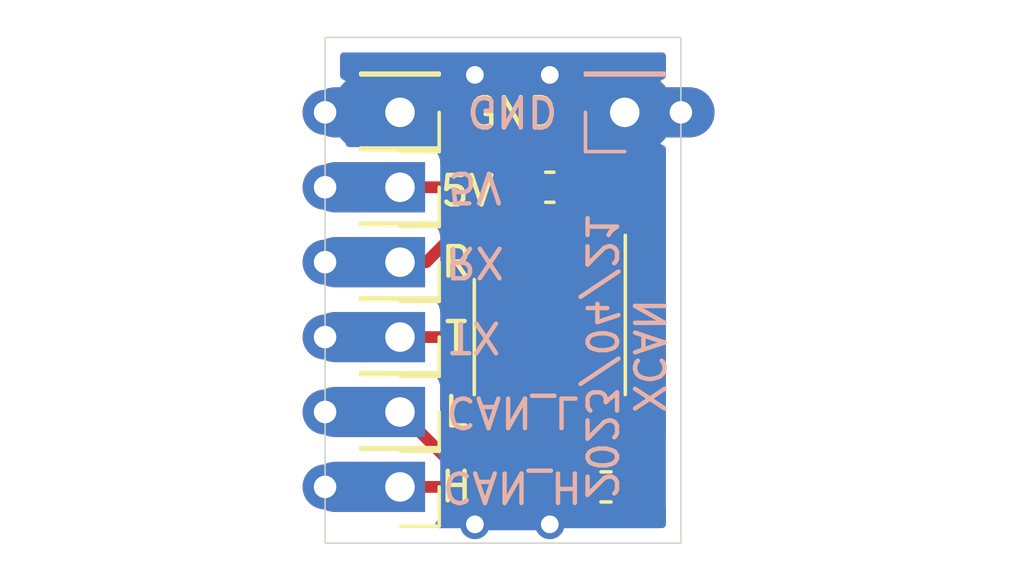
<source format=kicad_pcb>
(kicad_pcb (version 20211014) (generator pcbnew)
  (layers (0 "F.Cu" signal) (31 "B.Cu" signal) (34 "B.Paste" user) (35 "F.Paste" user) (36 "B.SilkS" user "B.Silkscreen") (37 "F.SilkS" user "F.Silkscreen") (38 "B.Mask" user) (39 "F.Mask" user) (44 "Edge.Cuts" user))
  (net 0 "")
  (net 1 "GND")
  (net 2 "5V")
  (net 3 "CAN_TX")
  (net 4 "CAN_RX")
  (net 5 "CAN_H")
  (net 6 "CAN_L")
  (net 7 "Net-(R1-Pad2)")
  (footprint "Resistor_SMD:R_0603_1608Metric_Pad1.05x0.95mm_HandSolder" (layer "F.Cu") (at 111.125 76.2)
    (fp_text reference "R1" hide)
    (fp_text value "10k")
    (fp_line (start -0.171267 -0.51) (end 0.171267 -0.51) (layer "F.SilkS") (width 0.12))
    (fp_line (start -0.171267 0.51) (end 0.171267 0.51) (layer "F.SilkS") (width 0.12))
    (pad "1" smd roundrect locked (at -0.875 0) (size 1.05 0.95) (layers "F.Cu" "F.Paste" "F.Mask") (net 1 "GND"))
    (pad "2" smd roundrect locked (at 0.875 0) (size 1.05 0.95) (layers "F.Cu" "F.Paste" "F.Mask") (net 7 "Net-(R1-Pad2)"))
  )
  (footprint "Capacitor_SMD:C_0603_1608Metric" (layer "F.Cu") (at 109.22 66.04)
    (fp_text reference "C1" hide)
    (fp_text value "100nF")
    (fp_line (start -0.14058 0.51) (end 0.14058 0.51) (layer "F.SilkS") (width 0.12))
    (fp_line (start -0.14058 -0.51) (end 0.14058 -0.51) (layer "F.SilkS") (width 0.12))
    (pad "1" smd roundrect locked (at -0.775 0) (size 0.9 0.95) (layers "F.Cu" "F.Paste" "F.Mask") (net 2 "5V"))
    (pad "2" smd roundrect locked (at 0.775 0) (size 0.9 0.95) (layers "F.Cu" "F.Paste" "F.Mask") (net 1 "GND"))
  )
  (footprint "Package_SO:SOIC-8_3.9x4.9mm_P1.27mm" (layer "F.Cu") (at 109.22 71.12 -90)
    (fp_text reference "U1" hide)
    (fp_text value "MCP2551-I-SN")
    (fp_line (start 0 2.56) (end -1.95 2.56) (layer "F.SilkS") (width 0.12))
    (fp_line (start 0 -2.56) (end 1.95 -2.56) (layer "F.SilkS") (width 0.12))
    (fp_line (start 0 -2.56) (end -3.45 -2.56) (layer "F.SilkS") (width 0.12))
    (fp_line (start 0 2.56) (end 1.95 2.56) (layer "F.SilkS") (width 0.12))
    (pad "1" smd roundrect locked (at -2.475 -1.905 270) (size 1.95 0.6) (layers "F.Cu" "F.Paste" "F.Mask") (net 3 "CAN_TX"))
    (pad "2" smd roundrect locked (at -2.475 -0.635 270) (size 1.95 0.6) (layers "F.Cu" "F.Paste" "F.Mask") (net 1 "GND"))
    (pad "3" smd roundrect locked (at -2.475 0.635 270) (size 1.95 0.6) (layers "F.Cu" "F.Paste" "F.Mask") (net 2 "5V"))
    (pad "4" smd roundrect locked (at -2.475 1.905 270) (size 1.95 0.6) (layers "F.Cu" "F.Paste" "F.Mask") (net 4 "CAN_RX"))
    (pad "5" smd roundrect locked (at 2.475 1.905 270) (size 1.95 0.6) (layers "F.Cu" "F.Paste" "F.Mask"))
    (pad "6" smd roundrect locked (at 2.475 0.635 270) (size 1.95 0.6) (layers "F.Cu" "F.Paste" "F.Mask") (net 6 "CAN_L"))
    (pad "7" smd roundrect locked (at 2.475 -0.635 270) (size 1.95 0.6) (layers "F.Cu" "F.Paste" "F.Mask") (net 5 "CAN_H"))
    (pad "8" smd roundrect locked (at 2.475 -1.905 270) (size 1.95 0.6) (layers "F.Cu" "F.Paste" "F.Mask") (net 7 "Net-(R1-Pad2)"))
  )
  (footprint "Chimere_mods:Castellated_conn" (layer "F.Cu") (at 104.14 73.66 180)
    (fp_text reference "J5" hide)
    (fp_text value "Conn_01x01")
    (fp_line (start -1.33 -1.33) (end 0 -1.33) (layer "F.SilkS") (width 0.12))
    (fp_line (start -1.33 1.27) (end 1.33 1.27) (layer "F.SilkS") (width 0.12))
    (fp_line (start -1.33 1.33) (end 1.33 1.33) (layer "F.SilkS") (width 0.12))
    (fp_line (start -1.33 1.27) (end -1.33 1.33) (layer "F.SilkS") (width 0.12))
    (fp_line (start -1.33 0) (end -1.33 -1.33) (layer "F.SilkS") (width 0.12))
    (fp_line (start 1.33 1.27) (end 1.33 1.33) (layer "F.SilkS") (width 0.12))
    (pad "1" thru_hole circle locked (at 2.54 0 180) (size 1.524 1.524) (drill 0.762) (layers *.Cu *.Mask) (net 6 "CAN_L"))
    (pad "1" thru_hole custom locked (at 0 0 180) (size 1.7 1.7) (drill 1) (layers *.Cu *.Mask) (net 6 "CAN_L") (options (clearance outline) (anchor rect)) (primitives (gr_line (start 0 0) (end 2.2 0) (width 1.7))))
  )
  (footprint "Chimere_mods:Castellated_conn" (layer "F.Cu") (at 104.14 63.5 180)
    (fp_text reference "J1" hide)
    (fp_text value "Conn_01x01")
    (fp_line (start -1.33 -1.33) (end 0 -1.33) (layer "F.SilkS") (width 0.12))
    (fp_line (start -1.33 1.27) (end 1.33 1.27) (layer "F.SilkS") (width 0.12))
    (fp_line (start 1.33 1.27) (end 1.33 1.33) (layer "F.SilkS") (width 0.12))
    (fp_line (start -1.33 0) (end -1.33 -1.33) (layer "F.SilkS") (width 0.12))
    (fp_line (start -1.33 1.27) (end -1.33 1.33) (layer "F.SilkS") (width 0.12))
    (fp_line (start -1.33 1.33) (end 1.33 1.33) (layer "F.SilkS") (width 0.12))
    (pad "1" thru_hole custom locked (at 0 0 180) (size 1.7 1.7) (drill 1) (layers *.Cu *.Mask) (net 1 "GND") (options (clearance outline) (anchor rect)) (primitives (gr_line (start 0 0) (end 2.2 0) (width 1.7))))
    (pad "1" thru_hole circle locked (at 2.54 0 180) (size 1.524 1.524) (drill 0.762) (layers *.Cu *.Mask) (net 1 "GND"))
  )
  (footprint "Chimere_mods:Castellated_conn" (layer "F.Cu") (at 104.14 71.12 180)
    (fp_text reference "J4" hide)
    (fp_text value "Conn_01x01")
    (fp_line (start -1.33 1.27) (end -1.33 1.33) (layer "F.SilkS") (width 0.12))
    (fp_line (start 1.33 1.27) (end 1.33 1.33) (layer "F.SilkS") (width 0.12))
    (fp_line (start -1.33 1.33) (end 1.33 1.33) (layer "F.SilkS") (width 0.12))
    (fp_line (start -1.33 -1.33) (end 0 -1.33) (layer "F.SilkS") (width 0.12))
    (fp_line (start -1.33 0) (end -1.33 -1.33) (layer "F.SilkS") (width 0.12))
    (fp_line (start -1.33 1.27) (end 1.33 1.27) (layer "F.SilkS") (width 0.12))
    (pad "1" thru_hole circle locked (at 2.54 0 180) (size 1.524 1.524) (drill 0.762) (layers *.Cu *.Mask) (net 3 "CAN_TX"))
    (pad "1" thru_hole custom locked (at 0 0 180) (size 1.7 1.7) (drill 1) (layers *.Cu *.Mask) (net 3 "CAN_TX") (options (clearance outline) (anchor rect)) (primitives (gr_line (start 0 0) (end 2.2 0) (width 1.7))))
  )
  (footprint "Chimere_mods:Castellated_conn" (layer "F.Cu") (at 104.14 68.58 180)
    (fp_text reference "J3" hide)
    (fp_text value "Conn_01x01")
    (fp_line (start -1.33 1.33) (end 1.33 1.33) (layer "F.SilkS") (width 0.12))
    (fp_line (start 1.33 1.27) (end 1.33 1.33) (layer "F.SilkS") (width 0.12))
    (fp_line (start -1.33 0) (end -1.33 -1.33) (layer "F.SilkS") (width 0.12))
    (fp_line (start -1.33 1.27) (end -1.33 1.33) (layer "F.SilkS") (width 0.12))
    (fp_line (start -1.33 -1.33) (end 0 -1.33) (layer "F.SilkS") (width 0.12))
    (fp_line (start -1.33 1.27) (end 1.33 1.27) (layer "F.SilkS") (width 0.12))
    (pad "1" thru_hole circle locked (at 2.54 0 180) (size 1.524 1.524) (drill 0.762) (layers *.Cu *.Mask) (net 4 "CAN_RX"))
    (pad "1" thru_hole custom locked (at 0 0 180) (size 1.7 1.7) (drill 1) (layers *.Cu *.Mask) (net 4 "CAN_RX") (options (clearance outline) (anchor rect)) (primitives (gr_line (start 0 0) (end 2.2 0) (width 1.7))))
  )
  (footprint "Chimere_mods:Castellated_conn" (layer "F.Cu") (at 104.14 76.2 180)
    (fp_text reference "J6" hide)
    (fp_text value "Conn_01x01")
    (fp_line (start -1.33 1.27) (end -1.33 1.33) (layer "F.SilkS") (width 0.12))
    (fp_line (start -1.33 1.33) (end 1.33 1.33) (layer "F.SilkS") (width 0.12))
    (fp_line (start -1.33 0) (end -1.33 -1.33) (layer "F.SilkS") (width 0.12))
    (fp_line (start 1.33 1.27) (end 1.33 1.33) (layer "F.SilkS") (width 0.12))
    (fp_line (start -1.33 -1.33) (end 0 -1.33) (layer "F.SilkS") (width 0.12))
    (fp_line (start -1.33 1.27) (end 1.33 1.27) (layer "F.SilkS") (width 0.12))
    (pad "1" thru_hole circle locked (at 2.54 0 180) (size 1.524 1.524) (drill 0.762) (layers *.Cu *.Mask) (net 5 "CAN_H"))
    (pad "1" thru_hole custom locked (at 0 0 180) (size 1.7 1.7) (drill 1) (layers *.Cu *.Mask) (net 5 "CAN_H") (options (clearance outline) (anchor rect)) (primitives (gr_line (start 0 0) (end 2.2 0) (width 1.7))))
  )
  (footprint "Chimere_mods:Castellated_conn" (layer "F.Cu") (at 104.14 66.04 180)
    (fp_text reference "J2" hide)
    (fp_text value "Conn_01x01")
    (fp_line (start -1.33 -1.33) (end 0 -1.33) (layer "F.SilkS") (width 0.12))
    (fp_line (start -1.33 0) (end -1.33 -1.33) (layer "F.SilkS") (width 0.12))
    (fp_line (start -1.33 1.27) (end -1.33 1.33) (layer "F.SilkS") (width 0.12))
    (fp_line (start 1.33 1.27) (end 1.33 1.33) (layer "F.SilkS") (width 0.12))
    (fp_line (start -1.33 1.27) (end 1.33 1.27) (layer "F.SilkS") (width 0.12))
    (fp_line (start -1.33 1.33) (end 1.33 1.33) (layer "F.SilkS") (width 0.12))
    (pad "1" thru_hole custom locked (at 0 0 180) (size 1.7 1.7) (drill 1) (layers *.Cu *.Mask) (net 2 "5V") (options (clearance outline) (anchor rect)) (primitives (gr_line (start 0 0) (end 2.2 0) (width 1.7))))
    (pad "1" thru_hole circle locked (at 2.54 0 180) (size 1.524 1.524) (drill 0.762) (layers *.Cu *.Mask) (net 2 "5V"))
  )
  (footprint "Chimere_mods:Cast_co_1_905" (layer "B.Cu") (at 111.76 63.5)
    (fp_text reference "J7" hide)
    (fp_text value "Conn_01x01")
    (fp_line (start -1.33 -1.27) (end -1.33 -1.33) (layer "B.SilkS") (width 0.12))
    (fp_line (start -1.33 0) (end -1.33 1.33) (layer "B.SilkS") (width 0.12))
    (fp_line (start -1.33 1.33) (end 0 1.33) (layer "B.SilkS") (width 0.12))
    (fp_line (start 1.33 -1.27) (end 1.33 -1.33) (layer "B.SilkS") (width 0.12))
    (fp_line (start -1.33 -1.27) (end 1.33 -1.27) (layer "B.SilkS") (width 0.12))
    (fp_line (start -1.33 -1.33) (end 1.33 -1.33) (layer "B.SilkS") (width 0.12))
    (pad "1" thru_hole circle (at 1.905 0) (size 1.524 1.524) (drill 0.762) (layers *.Cu *.Mask) (net 1 "GND"))
    (pad "1" thru_hole custom (at 0 0) (size 1.7 1.7) (drill 1) (layers *.Cu *.Mask) (net 1 "GND") (options (clearance outline) (anchor rect)) (primitives (gr_line (start 2.2 0) (end 0 0) (width 1.7))))
  )
  (gr_line (start 113.665 78.105) (end 101.6 78.105) (layer "Edge.Cuts") (width 0.05))
  (gr_line (start 101.6 62.23) (end 101.6 60.96) (layer "Edge.Cuts") (width 0.05))
  (gr_line (start 101.6 74.93) (end 101.6 72.39) (layer "Edge.Cuts") (width 0.05))
  (gr_line (start 113.665 60.96) (end 113.665 62.23) (layer "Edge.Cuts") (width 0.05))
  (gr_line (start 101.6 72.39) (end 101.6 62.23) (layer "Edge.Cuts") (width 0.05))
  (gr_line (start 101.6 60.96) (end 113.665 60.96) (layer "Edge.Cuts") (width 0.05))
  (gr_line (start 113.665 62.23) (end 113.665 64.77) (layer "Edge.Cuts") (width 0.05))
  (gr_line (start 113.665 78.105) (end 113.665 64.77) (layer "Edge.Cuts") (width 0.05))
  (gr_line (start 101.6 78.105) (end 101.6 74.93) (layer "Edge.Cuts") (width 0.05))
  (gr_text "GND" (at 107.95 63.47 180) (layer "B.SilkS") (effects (font (size 1 1)) (justify mirror)))
  (gr_text "5V" (at 106.68 66.04 180) (layer "B.SilkS") (effects (font (size 1 1)) (justify mirror)))
  (gr_text "TX" (at 106.68 71.12 180) (layer "B.SilkS") (effects (font (size 1 1)) (justify mirror)))
  (gr_text "CAN_L" (at 107.95 73.66 180) (layer "B.SilkS") (effects (font (size 1 1)) (justify mirror)))
  (gr_text "CAN_H" (at 107.95 76.2 180) (layer "B.SilkS") (effects (font (size 1 1)) (justify mirror)))
  (gr_text "RX" (at 106.68 68.58 180) (layer "B.SilkS") (effects (font (size 1 1)) (justify mirror)))
  (gr_text "XCAN\n2023/04/21" (at 111.76 71.755 270) (layer "B.SilkS") (effects (font (size 1 1)) (justify mirror)))
  (gr_text "5V" (at 106.426 66.167) (layer "F.SilkS") (effects (font (size 1 1))))
  (gr_text "R" (at 106.045 68.58) (layer "F.SilkS") (effects (font (size 1 1))))
  (gr_text "L" (at 106.045 73.66) (layer "F.SilkS") (effects (font (size 1 1))))
  (gr_text "GND" (at 107.95 63.53) (layer "F.SilkS") (effects (font (size 1 1))))
  (gr_text "H" (at 106.045 76.2) (layer "F.SilkS") (effects (font (size 1 1))))
  (gr_text "T" (at 106.045 71.12) (layer "F.SilkS") (effects (font (size 1 1))))
  (segment (start 109.22 76.835) (end 109.22 77.47) (width 0.4) (layer "F.Cu") (net 1))
  (segment (start 109.855 67.691) (end 111.125 66.421) (width 0.4) (layer "F.Cu") (net 1))
  (segment (start 109.855 63.5) (end 111.125 64.77) (width 0.4) (layer "F.Cu") (net 1))
  (segment (start 111.125 66.421) (end 111.125 65.913) (width 0.4) (layer "F.Cu") (net 1))
  (segment (start 104.14 63.5) (end 109.855 63.5) (width 0.4) (layer "F.Cu") (net 1))
  (segment (start 111.125 64.77) (end 111.125 65.913) (width 0.4) (layer "F.Cu") (net 1))
  (segment (start 111.76 63.5) (end 109.22 63.5) (width 0.4) (layer "F.Cu") (net 1))
  (segment (start 109.22 62.23) (end 109.22 63.5) (width 0.4) (layer "F.Cu") (net 1))
  (segment (start 111.125 65.913) (end 110.998 66.04) (width 0.4) (layer "F.Cu") (net 1))
  (segment (start 109.855 68.645) (end 109.855 67.691) (width 0.4) (layer "F.Cu") (net 1))
  (segment (start 110.998 66.04) (end 109.995 66.04) (width 0.4) (layer "F.Cu") (net 1))
  (segment (start 110.25 76.2) (end 109.855 76.2) (width 0.4) (layer "F.Cu") (net 1))
  (segment (start 109.855 76.2) (end 109.22 76.835) (width 0.4) (layer "F.Cu") (net 1))
  (via (at 106.68 62.23) (size 1) (drill 0.6) (layers "F.Cu" "B.Cu") (net 1))
  (via (at 109.22 62.23) (size 1) (drill 0.6) (layers "F.Cu" "B.Cu") (net 1))
  (via (at 106.68 77.47) (size 1) (drill 0.6) (layers "F.Cu" "B.Cu") (net 1))
  (via (at 109.22 77.47) (size 1) (drill 0.6) (layers "F.Cu" "B.Cu") (net 1))
  (segment (start 106.68 62.23) (end 109.22 62.23) (width 0.4) (layer "B.Cu") (net 1))
  (segment (start 106.68 77.47) (end 109.22 77.47) (width 0.4) (layer "B.Cu") (net 1))
  (segment (start 109.22 62.23) (end 109.22 77.47) (width 0.4) (layer "B.Cu") (net 1))
  (segment (start 108.585 67.691) (end 106.934 66.04) (width 0.4) (layer "F.Cu") (net 2))
  (segment (start 108.585 68.645) (end 108.585 67.691) (width 0.4) (layer "F.Cu") (net 2))
  (segment (start 106.934 66.04) (end 107.569 66.04) (width 0.4) (layer "F.Cu") (net 2))
  (segment (start 104.14 66.04) (end 106.934 66.04) (width 0.4) (layer "F.Cu") (net 2))
  (segment (start 107.569 66.04) (end 108.445 66.04) (width 0.4) (layer "F.Cu") (net 2))
  (segment (start 104.14 71.12) (end 110.363 71.12) (width 0.4) (layer "F.Cu") (net 3))
  (segment (start 111.125 70.358) (end 111.125 68.645) (width 0.4) (layer "F.Cu") (net 3))
  (segment (start 110.363 71.12) (end 111.125 70.358) (width 0.4) (layer "F.Cu") (net 3))
  (segment (start 107.315 68.645) (end 107.315 67.564) (width 0.4) (layer "F.Cu") (net 4))
  (segment (start 105.029 68.58) (end 104.14 68.58) (width 0.4) (layer "F.Cu") (net 4))
  (segment (start 107.315 67.564) (end 107.061 67.31) (width 0.4) (layer "F.Cu") (net 4))
  (segment (start 106.299 67.31) (end 105.029 68.58) (width 0.4) (layer "F.Cu") (net 4))
  (segment (start 107.061 67.31) (end 106.299 67.31) (width 0.4) (layer "F.Cu") (net 4))
  (segment (start 104.14 76.2) (end 108.585 76.2) (width 0.4) (layer "F.Cu") (net 5))
  (segment (start 109.855 73.595) (end 109.855 74.93) (width 0.4) (layer "F.Cu") (net 5))
  (segment (start 108.585 76.2) (end 109.855 74.93) (width 0.4) (layer "F.Cu") (net 5))
  (segment (start 106.045 75.565) (end 107.95 75.565) (width 0.4) (layer "F.Cu") (net 6))
  (segment (start 108.585 74.93) (end 108.585 73.595) (width 0.4) (layer "F.Cu") (net 6))
  (segment (start 107.95 75.565) (end 108.585 74.93) (width 0.4) (layer "F.Cu") (net 6))
  (segment (start 104.14 73.66) (end 106.045 75.565) (width 0.4) (layer "F.Cu") (net 6))
  (segment (start 111.125 73.595) (end 111.125 74.93) (width 0.4) (layer "F.Cu") (net 7))
  (segment (start 111.125 74.93) (end 112.395 74.93) (width 0.4) (layer "F.Cu") (net 7))
  (segment (start 112.395 76.2) (end 112 76.2) (width 0.4) (layer "F.Cu") (net 7))
  (segment (start 112.395 74.93) (end 112.395 76.2) (width 0.4) (layer "F.Cu") (net 7))
  (zone (net 1) (net_name "GND") (layer "F.Cu") (connect_pads (clearance 0.508)) (min_thickness 0.254) (fill yes (thermal_gap 0.508) (thermal_bridge_width 0.508))
    (polygon (pts (xy 114.3 78.74) (xy 99.06 78.74) (xy 99.06 59.69) (xy 114.3 59.69)))
  )
  (zone (net 1) (net_name "GND") (layer "B.Cu") (connect_pads (clearance 0.508)) (min_thickness 0.254) (fill yes (thermal_gap 0.508) (thermal_bridge_width 0.508))
    (polygon (pts (xy 114.3 78.74) (xy 99.06 78.74) (xy 99.06 59.69) (xy 114.3 59.69)))
  )
)
</source>
